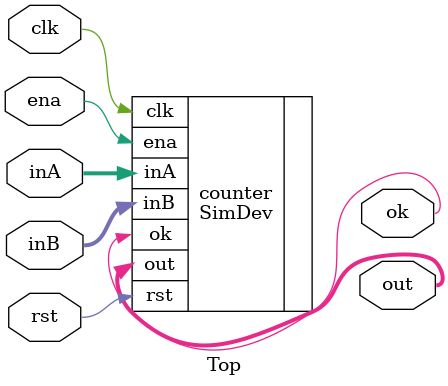
<source format=sv>
module Top(
    input clk,
    input rst,
    input ena,
    input[7:0] inA,
    input[7:0] inB,
    output[7:0] out,
    output ok
);

SimDev counter(
    .clk(clk),
    .rst(rst),
    .ena(ena),
    .inA(inA),
    .inB(inB),
    .out(out),
    .ok(ok)
);

endmodule

</source>
